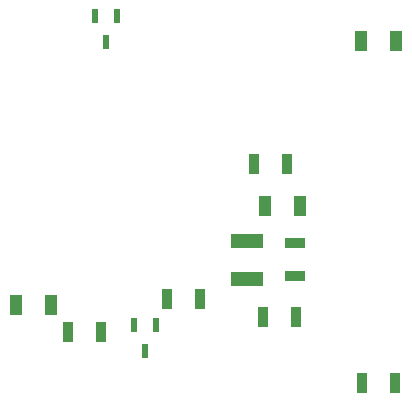
<source format=gtp>
G75*
%MOIN*%
%OFA0B0*%
%FSLAX25Y25*%
%IPPOS*%
%LPD*%
%AMOC8*
5,1,8,0,0,1.08239X$1,22.5*
%
%ADD10R,0.03600X0.07100*%
%ADD11R,0.04400X0.06900*%
%ADD12R,0.02100X0.04600*%
%ADD13R,0.10600X0.04500*%
%ADD14R,0.07100X0.03600*%
D10*
X0028500Y0045000D03*
X0039500Y0045000D03*
X0061500Y0056000D03*
X0072500Y0056000D03*
X0093500Y0050000D03*
X0104500Y0050000D03*
X0126500Y0028000D03*
X0137500Y0028000D03*
X0101500Y0101000D03*
X0090500Y0101000D03*
D11*
X0094200Y0087000D03*
X0105800Y0087000D03*
X0126200Y0142000D03*
X0137800Y0142000D03*
X0022800Y0054000D03*
X0011200Y0054000D03*
D12*
X0050300Y0047300D03*
X0054000Y0038700D03*
X0057700Y0047300D03*
X0041000Y0141700D03*
X0037300Y0150300D03*
X0044700Y0150300D03*
D13*
X0088000Y0075400D03*
X0088000Y0062600D03*
D14*
X0104000Y0063500D03*
X0104000Y0074500D03*
M02*

</source>
